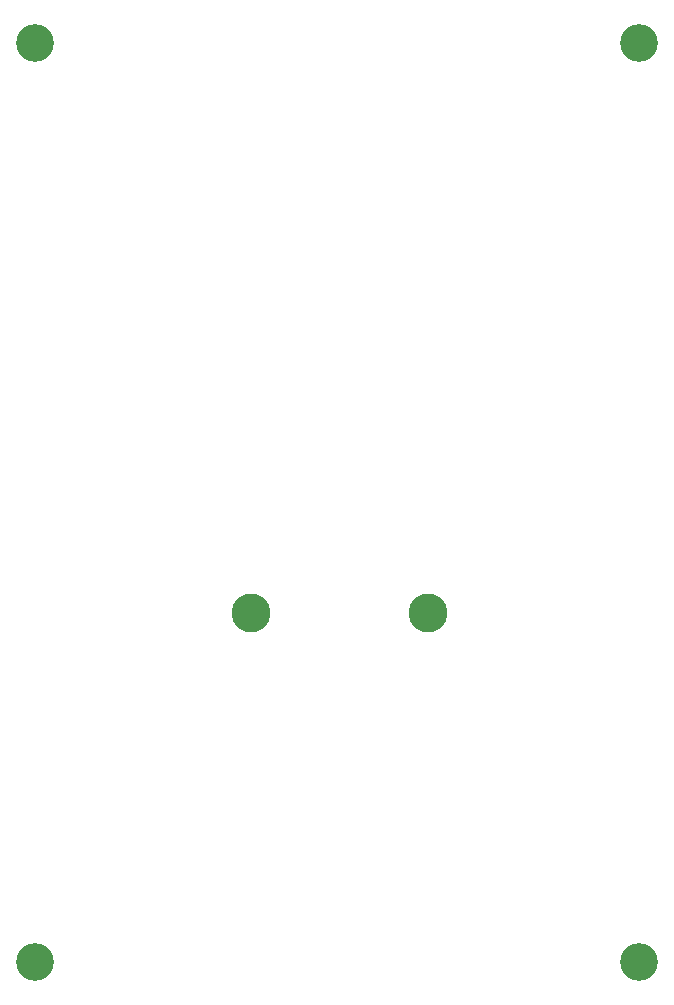
<source format=gbr>
%TF.GenerationSoftware,KiCad,Pcbnew,5.1.5+dfsg1-2build2*%
%TF.CreationDate,2021-11-16T19:48:49-04:00*%
%TF.ProjectId,prototyping_backplane,70726f74-6f74-4797-9069-6e675f626163,rev?*%
%TF.SameCoordinates,Original*%
%TF.FileFunction,NonPlated,1,2,NPTH,Drill*%
%TF.FilePolarity,Positive*%
%FSLAX46Y46*%
G04 Gerber Fmt 4.6, Leading zero omitted, Abs format (unit mm)*
G04 Created by KiCad (PCBNEW 5.1.5+dfsg1-2build2) date 2021-11-16 19:48:49*
%MOMM*%
%LPD*%
G04 APERTURE LIST*
%TA.AperFunction,ComponentDrill*%
%ADD10C,3.200000*%
%TD*%
%TA.AperFunction,ComponentDrill*%
%ADD11C,3.300000*%
%TD*%
G04 APERTURE END LIST*
D10*
%TO.C,ALERT*%
X154130000Y-126540000D03*
%TO.C,BATT*%
X205280000Y-126540000D03*
%TO.C,*%
X154130000Y-48720000D03*
X205280000Y-48720000D03*
D11*
%TO.C,BT1*%
X172450000Y-97015000D03*
X187440000Y-97015000D03*
M02*

</source>
